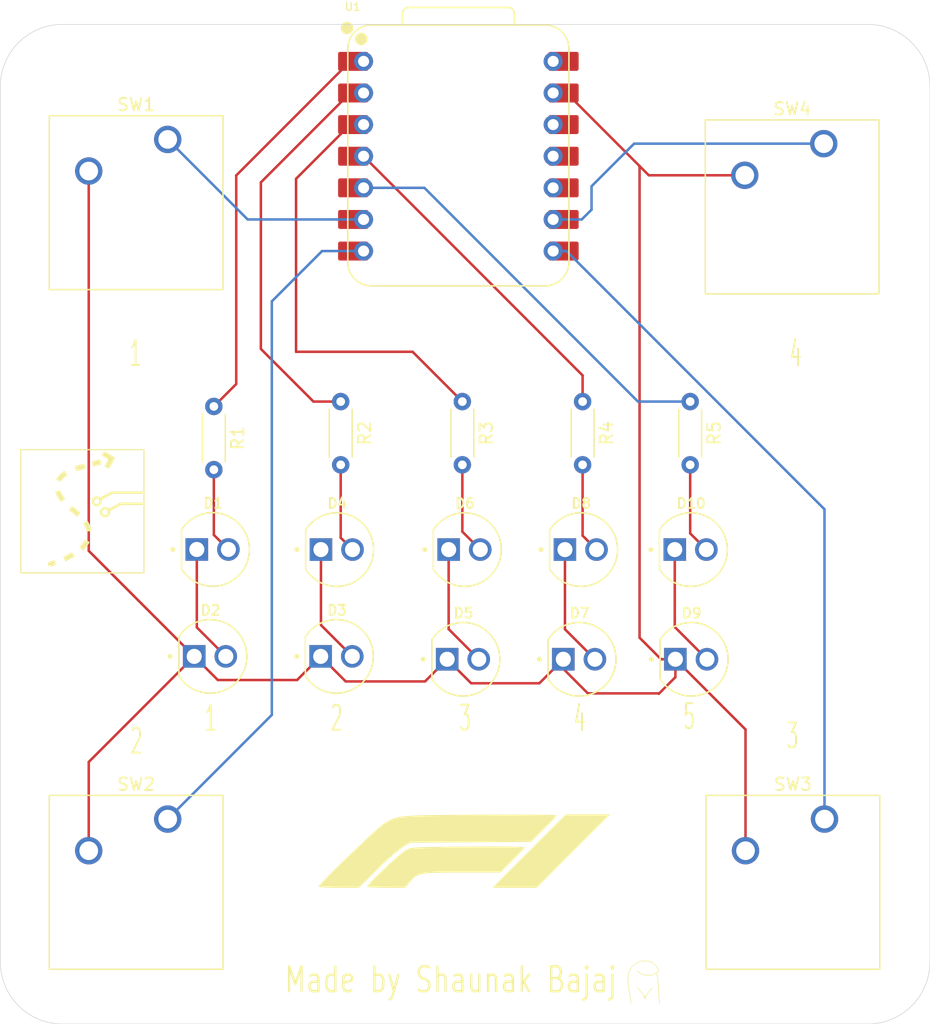
<source format=kicad_pcb>
(kicad_pcb (version 20241229) (generator "pcbnew") (generator_version "9.0")
  (layers (0 "F.Cu" signal) (2 "B.Cu" signal) (13 "F.Paste" user) (15 "B.Paste" user) (5 "F.SilkS" user "F.Silkscreen") (7 "B.SilkS" user "B.Silkscreen") (1 "F.Mask" user) (3 "B.Mask" user) (25 "Edge.Cuts" user))
  (net 0 "")
  (net 1 "Net-(D1-PadA)")
  (net 2 "LED1")
  (net 3 "LED2")
  (net 4 "Net-(D4-PadA)")
  (net 5 "Net-(D6-PadA)")
  (net 6 "LED3")
  (net 7 "LED4")
  (net 8 "Net-(D8-PadA)")
  (net 9 "LED5")
  (net 10 "Net-(D10-PadA)")
  (net 11 "button1")
  (net 12 "GND")
  (net 13 "button2")
  (net 14 "button3")
  (net 15 "button4")
  (net 20 "Net-(D1-PadC)")
  (net 21 "Net-(D3-PadA)")
  (net 22 "Net-(D5-PadA)")
  (net 23 "Net-(D7-PadA)")
  (net 24 "Net-(D10-PadC)")
  (footprint "led:LEDRD254W57D500H1070" (layer "F.Cu") (at 110.11 62)
    (property "Reference" "D1" (at 0.04 -3.708 0) (layer "F.SilkS") (effects (font (size 0.8 0.8))))
    (property "Value" "L08R5000Q1" (hide yes))
    (pad "A" thru_hole circle (at 1.27 0) (size 1.815 1.815) (drill 1.21) (layers "*.Cu" "*.Mask") (net 1 "Net-(D1-PadA)"))
    (pad "C" thru_hole rect (at -1.27 0) (size 1.815 1.815) (drill 1.21) (layers "*.Cu" "*.Mask") (net 20 "Net-(D1-PadC)"))
  )
  (footprint "hackpad:SW_Cherry_MX_1.00u_PCB_3D" (layer "F.Cu") (at 106.5 83.66)
    (property "Reference" "SW2" (at -2.54 -2.794 0) (layer "F.SilkS"))
    (property "Value" "SW_Push")
    (pad "" np_thru_hole circle (at -7.62 5.08) (size 1.7 1.7) (drill 1.7) (layers "*.Cu" "*.Mask"))
    (pad "" np_thru_hole circle (at -2.54 5.08) (size 4 4) (drill 4) (layers "*.Cu" "*.Mask"))
    (pad "" np_thru_hole circle (at 2.54 5.08) (size 1.7 1.7) (drill 1.7) (layers "*.Cu" "*.Mask"))
    (pad "1" thru_hole circle (at 0 0) (size 2.2 2.2) (drill 1.5) (layers "*.Cu" "*.Mask") (net 13 "button2"))
    (pad "2" thru_hole circle (at -6.35 2.54) (size 2.2 2.2) (drill 1.5) (layers "*.Cu" "*.Mask") (net 12 "GND"))
  )
  (footprint "led:LEDRD254W57D500H1070" (layer "F.Cu") (at 148.54 62.01)
    (property "Reference" "D10" (at 0.04 -3.708 0) (layer "F.SilkS") (effects (font (size 0.8 0.8))))
    (property "Value" "L08R5000Q1" (hide yes))
    (pad "A" thru_hole circle (at 1.27 0) (size 1.815 1.815) (drill 1.21) (layers "*.Cu" "*.Mask") (net 10 "Net-(D10-PadA)"))
    (pad "C" thru_hole rect (at -1.27 0) (size 1.815 1.815) (drill 1.21) (layers "*.Cu" "*.Mask") (net 24 "Net-(D10-PadC)"))
  )
  (footprint "Resistor_THT:R_Axial_DIN0204_L3.6mm_D1.6mm_P5.08mm_Horizontal" (layer "F.Cu") (at 139.86 50.12 -90)
    (property "Reference" "R4" (at 2.54 -1.92 90) (layer "F.SilkS"))
    (property "Value" "R")
    (pad "1" thru_hole circle (at 0 0 270) (size 1.4 1.4) (drill 0.7) (layers "*.Cu" "*.Mask") (net 7 "LED4"))
    (pad "2" thru_hole circle (at 5.08 0 270) (size 1.4 1.4) (drill 0.7) (layers "*.Cu" "*.Mask") (net 8 "Net-(D8-PadA)"))
  )
  (footprint "hackpad:SW_Cherry_MX_1.00u_PCB_3D" (layer "F.Cu") (at 159.25 29.4)
    (property "Reference" "SW4" (at -2.54 -2.794 0) (layer "F.SilkS"))
    (property "Value" "SW_Push")
    (pad "" np_thru_hole circle (at -7.62 5.08) (size 1.7 1.7) (drill 1.7) (layers "*.Cu" "*.Mask"))
    (pad "" np_thru_hole circle (at -2.54 5.08) (size 4 4) (drill 4) (layers "*.Cu" "*.Mask"))
    (pad "" np_thru_hole circle (at 2.54 5.08) (size 1.7 1.7) (drill 1.7) (layers "*.Cu" "*.Mask"))
    (pad "1" thru_hole circle (at 0 0) (size 2.2 2.2) (drill 1.5) (layers "*.Cu" "*.Mask") (net 15 "button4"))
    (pad "2" thru_hole circle (at -6.35 2.54) (size 2.2 2.2) (drill 1.5) (layers "*.Cu" "*.Mask") (net 12 "GND"))
  )
  (footprint "hackpad:SW_Cherry_MX_1.00u_PCB_3D" (layer "F.Cu") (at 159.31 83.66)
    (property "Reference" "SW3" (at -2.54 -2.794 0) (layer "F.SilkS"))
    (property "Value" "SW_Push")
    (pad "" np_thru_hole circle (at -7.62 5.08) (size 1.7 1.7) (drill 1.7) (layers "*.Cu" "*.Mask"))
    (pad "" np_thru_hole circle (at -2.54 5.08) (size 4 4) (drill 4) (layers "*.Cu" "*.Mask"))
    (pad "" np_thru_hole circle (at 2.54 5.08) (size 1.7 1.7) (drill 1.7) (layers "*.Cu" "*.Mask"))
    (pad "1" thru_hole circle (at 0 0) (size 2.2 2.2) (drill 1.5) (layers "*.Cu" "*.Mask") (net 14 "button3"))
    (pad "2" thru_hole circle (at -6.35 2.54) (size 2.2 2.2) (drill 1.5) (layers "*.Cu" "*.Mask") (net 12 "GND"))
  )
  (footprint "hackpad:SW_Cherry_MX_1.00u_PCB_3D" (layer "F.Cu") (at 106.5 29.06)
    (property "Reference" "SW1" (at -2.54 -2.794 0) (layer "F.SilkS"))
    (property "Value" "SW_Push")
    (pad "" np_thru_hole circle (at -7.62 5.08) (size 1.7 1.7) (drill 1.7) (layers "*.Cu" "*.Mask"))
    (pad "" np_thru_hole circle (at -2.54 5.08) (size 4 4) (drill 4) (layers "*.Cu" "*.Mask"))
    (pad "" np_thru_hole circle (at 2.54 5.08) (size 1.7 1.7) (drill 1.7) (layers "*.Cu" "*.Mask"))
    (pad "1" thru_hole circle (at 0 0) (size 2.2 2.2) (drill 1.5) (layers "*.Cu" "*.Mask") (net 11 "button1"))
    (pad "2" thru_hole circle (at -6.35 2.54) (size 2.2 2.2) (drill 1.5) (layers "*.Cu" "*.Mask") (net 12 "GND"))
  )
  (footprint "drawings:meme" (layer "F.Cu") (at 144.764863 96.144145)
    (property "Reference" "G***" (hide yes))
    (property "Value" "LOGO" (hide yes))
  )
  (footprint "led:LEDRD254W57D500H1070" (layer "F.Cu") (at 130.24 70.82)
    (property "Reference" "D5" (at 0.04 -3.708 0) (layer "F.SilkS") (effects (font (size 0.8 0.8))))
    (property "Value" "L08R5000Q1" (hide yes))
    (pad "A" thru_hole circle (at 1.27 0) (size 1.815 1.815) (drill 1.21) (layers "*.Cu" "*.Mask") (net 22 "Net-(D5-PadA)"))
    (pad "C" thru_hole rect (at -1.27 0) (size 1.815 1.815) (drill 1.21) (layers "*.Cu" "*.Mask") (net 12 "GND"))
  )
  (footprint "Resistor_THT:R_Axial_DIN0204_L3.6mm_D1.6mm_P5.08mm_Horizontal" (layer "F.Cu") (at 130.19 50.12 -90)
    (property "Reference" "R3" (at 2.54 -1.92 90) (layer "F.SilkS"))
    (property "Value" "R")
    (pad "1" thru_hole circle (at 0 0 270) (size 1.4 1.4) (drill 0.7) (layers "*.Cu" "*.Mask") (net 6 "LED3"))
    (pad "2" thru_hole circle (at 5.08 0 270) (size 1.4 1.4) (drill 0.7) (layers "*.Cu" "*.Mask") (net 5 "Net-(D6-PadA)"))
  )
  (footprint "led:LEDRD254W57D500H1070" (layer "F.Cu") (at 139.710428 62.01)
    (property "Reference" "D8" (at 0.04 -3.708 0) (layer "F.SilkS") (effects (font (size 0.8 0.8))))
    (property "Value" "L08R5000Q1" (hide yes))
    (pad "A" thru_hole circle (at 1.27 0) (size 1.815 1.815) (drill 1.21) (layers "*.Cu" "*.Mask") (net 8 "Net-(D8-PadA)"))
    (pad "C" thru_hole rect (at -1.27 0) (size 1.815 1.815) (drill 1.21) (layers "*.Cu" "*.Mask") (net 23 "Net-(D7-PadA)"))
  )
  (footprint "hackpad:XIAO-RP2040-DIP_3d" (layer "F.Cu") (at 129.87 30.4085)
    (property "Reference" "U1" (at -8.5 -12 0) (layer "F.SilkS") (effects (font (size 0.635 0.635) (thickness 0.1016))))
    (property "Value" "XIAO-RP2040-DIP")
    (pad "1" smd roundrect (at -8.455 -7.62 180) (size 2.432 1.524) (layers "F.Cu" "F.Mask") (roundrect_rratio 0.1) (net 2 "LED1"))
    (pad "1" thru_hole circle (at -7.62 -7.62 180) (size 1.524 1.524) (drill 0.889) (layers "*.Cu" "*.Mask") (net 2 "LED1"))
    (pad "2" smd roundrect (at -8.455 -5.08 180) (size 2.432 1.524) (layers "F.Cu" "F.Mask") (roundrect_rratio 0.1) (net 3 "LED2"))
    (pad "2" thru_hole circle (at -7.62 -5.08 180) (size 1.524 1.524) (drill 0.889) (layers "*.Cu" "*.Mask") (net 3 "LED2"))
    (pad "3" smd roundrect (at -8.455 -2.54 180) (size 2.432 1.524) (layers "F.Cu" "F.Mask") (roundrect_rratio 0.1) (net 6 "LED3"))
    (pad "3" thru_hole circle (at -7.62 -2.54 180) (size 1.524 1.524) (drill 0.889) (layers "*.Cu" "*.Mask") (net 6 "LED3"))
    (pad "4" smd roundrect (at -8.455 0 180) (size 2.432 1.524) (layers "F.Cu" "F.Mask") (roundrect_rratio 0.1) (net 7 "LED4"))
    (pad "4" thru_hole circle (at -7.62 0 180) (size 1.524 1.524) (drill 0.889) (layers "*.Cu" "*.Mask") (net 7 "LED4"))
    (pad "5" smd roundrect (at -8.455 2.54 180) (size 2.432 1.524) (layers "F.Cu" "F.Mask") (roundrect_rratio 0.1) (net 9 "LED5"))
    (pad "5" thru_hole circle (at -7.62 2.54 180) (size 1.524 1.524) (drill 0.889) (layers "*.Cu" "*.Mask") (net 9 "LED5"))
    (pad "6" smd roundrect (at -8.455 5.08 180) (size 2.432 1.524) (layers "F.Cu" "F.Mask") (roundrect_rratio 0.1) (net 11 "button1"))
    (pad "6" thru_hole circle (at -7.62 5.08 180) (size 1.524 1.524) (drill 0.889) (layers "*.Cu" "*.Mask") (net 11 "button1"))
    (pad "7" smd roundrect (at -8.455 7.62 180) (size 2.432 1.524) (layers "F.Cu" "F.Mask") (roundrect_rratio 0.1) (net 13 "button2"))
    (pad "7" thru_hole circle (at -7.62 7.62 180) (size 1.524 1.524) (drill 0.889) (layers "*.Cu" "*.Mask") (net 13 "button2"))
    (pad "8" thru_hole circle (at 7.62 7.62) (size 1.524 1.524) (drill 0.889) (layers "*.Cu" "*.Mask") (net 14 "button3"))
    (pad "8" smd roundrect (at 8.455 7.62) (size 2.432 1.524) (layers "F.Cu" "F.Mask") (roundrect_rratio 0.1) (net 14 "button3"))
    (pad "9" thru_hole circle (at 7.62 5.08) (size 1.524 1.524) (drill 0.889) (layers "*.Cu" "*.Mask") (net 15 "button4"))
    (pad "9" smd roundrect (at 8.455 5.08) (size 2.432 1.524) (layers "F.Cu" "F.Mask") (roundrect_rratio 0.1) (net 15 "button4"))
    (pad "10" thru_hole circle (at 7.62 2.54) (size 1.524 1.524) (drill 0.889) (layers "*.Cu" "*.Mask"))
    (pad "10" smd roundrect (at 8.455 2.54) (size 2.432 1.524) (layers "F.Cu" "F.Mask") (roundrect_rratio 0.1))
    (pad "11" thru_hole circle (at 7.62 0) (size 1.524 1.524) (drill 0.889) (layers "*.Cu" "*.Mask"))
    (pad "11" smd roundrect (at 8.455 0) (size 2.432 1.524) (layers "F.Cu" "F.Mask") (roundrect_rratio 0.1))
    (pad "12" thru_hole circle (at 7.62 -2.54) (size 1.524 1.524) (drill 0.889) (layers "*.Cu" "*.Mask"))
    (pad "12" smd roundrect (at 8.455 -2.54) (size 2.432 1.524) (layers "F.Cu" "F.Mask") (roundrect_rratio 0.1))
    (pad "13" thru_hole circle (at 7.62 -5.08) (size 1.524 1.524) (drill 0.889) (layers "*.Cu" "*.Mask") (net 12 "GND"))
    (pad "13" smd roundrect (at 8.455 -5.08) (size 2.432 1.524) (layers "F.Cu" "F.Mask") (roundrect_rratio 0.1) (net 12 "GND"))
    (pad "14" thru_hole circle (at 7.62 -7.62) (size 1.524 1.524) (drill 0.889) (layers "*.Cu" "*.Mask"))
    (pad "14" smd roundrect (at 8.455 -7.62) (size 2.432 1.524) (layers "F.Cu" "F.Mask") (roundrect_rratio 0.1))
  )
  (footprint "Resistor_THT:R_Axial_DIN0204_L3.6mm_D1.6mm_P5.08mm_Horizontal" (layer "F.Cu") (at 110.21 50.51 -90)
    (property "Reference" "R1" (at 2.54 -1.92 90) (layer "F.SilkS"))
    (property "Value" "R")
    (pad "1" thru_hole circle (at 0 0 270) (size 1.4 1.4) (drill 0.7) (layers "*.Cu" "*.Mask") (net 2 "LED1"))
    (pad "2" thru_hole circle (at 5.08 0 270) (size 1.4 1.4) (drill 0.7) (layers "*.Cu" "*.Mask") (net 1 "Net-(D1-PadA)"))
  )
  (footprint "led:LEDRD254W57D500H1070" (layer "F.Cu") (at 130.360428 62.01)
    (property "Reference" "D6" (at 0.04 -3.708 0) (layer "F.SilkS") (effects (font (size 0.8 0.8))))
    (property "Value" "L08R5000Q1" (hide yes))
    (pad "A" thru_hole circle (at 1.27 0) (size 1.815 1.815) (drill 1.21) (layers "*.Cu" "*.Mask") (net 5 "Net-(D6-PadA)"))
    (pad "C" thru_hole rect (at -1.27 0) (size 1.815 1.815) (drill 1.21) (layers "*.Cu" "*.Mask") (net 22 "Net-(D5-PadA)"))
  )
  (footprint "led:LEDRD254W57D500H1070" (layer "F.Cu") (at 120.090428 62.01)
    (property "Reference" "D4" (at 0.04 -3.708 0) (layer "F.SilkS") (effects (font (size 0.8 0.8))))
    (property "Value" "L08R5000Q1" (hide yes))
    (pad "A" thru_hole circle (at 1.27 0) (size 1.815 1.815) (drill 1.21) (layers "*.Cu" "*.Mask") (net 4 "Net-(D4-PadA)"))
    (pad "C" thru_hole rect (at -1.27 0) (size 1.815 1.815) (drill 1.21) (layers "*.Cu" "*.Mask") (net 21 "Net-(D3-PadA)"))
  )
  (footprint "led:LEDRD254W57D500H1070" (layer "F.Cu") (at 139.580428 70.82)
    (property "Reference" "D7" (at 0.04 -3.708 0) (layer "F.SilkS") (effects (font (size 0.8 0.8))))
    (property "Value" "L08R5000Q1" (hide yes))
    (pad "A" thru_hole circle (at 1.27 0) (size 1.815 1.815) (drill 1.21) (layers "*.Cu" "*.Mask") (net 23 "Net-(D7-PadA)"))
    (pad "C" thru_hole rect (at -1.27 0) (size 1.815 1.815) (drill 1.21) (layers "*.Cu" "*.Mask") (net 12 "GND"))
  )
  (footprint "led:LEDRD254W57D500H1070" (layer "F.Cu") (at 109.900428 70.59)
    (property "Reference" "D2" (at 0.04 -3.708 0) (layer "F.SilkS") (effects (font (size 0.8 0.8))))
    (property "Value" "L08R5000Q1" (hide yes))
    (pad "A" thru_hole circle (at 1.27 0) (size 1.815 1.815) (drill 1.21) (layers "*.Cu" "*.Mask") (net 20 "Net-(D1-PadC)"))
    (pad "C" thru_hole rect (at -1.27 0) (size 1.815 1.815) (drill 1.21) (layers "*.Cu" "*.Mask") (net 12 "GND"))
  )
  (footprint "Resistor_THT:R_Axial_DIN0204_L3.6mm_D1.6mm_P5.08mm_Horizontal" (layer "F.Cu") (at 148.51 50.12 -90)
    (property "Reference" "R5" (at 2.54 -1.92 90) (layer "F.SilkS"))
    (property "Value" "R")
    (pad "1" thru_hole circle (at 0 0 270) (size 1.4 1.4) (drill 0.7) (layers "*.Cu" "*.Mask") (net 9 "LED5"))
    (pad "2" thru_hole circle (at 5.08 0 270) (size 1.4 1.4) (drill 0.7) (layers "*.Cu" "*.Mask") (net 10 "Net-(D10-PadA)"))
  )
  (footprint "led:LEDRD254W57D500H1070" (layer "F.Cu") (at 148.590428 70.82)
    (property "Reference" "D9" (at 0.04 -3.708 0) (layer "F.SilkS") (effects (font (size 0.8 0.8))))
    (property "Value" "L08R5000Q1" (hide yes))
    (pad "A" thru_hole circle (at 1.27 0) (size 1.815 1.815) (drill 1.21) (layers "*.Cu" "*.Mask") (net 24 "Net-(D10-PadC)"))
    (pad "C" thru_hole rect (at -1.27 0) (size 1.815 1.815) (drill 1.21) (layers "*.Cu" "*.Mask") (net 12 "GND"))
  )
  (footprint "led:LEDRD254W57D500H1070" (layer "F.Cu") (at 120.07 70.59)
    (property "Reference" "D3" (at 0.04 -3.708 0) (layer "F.SilkS") (effects (font (size 0.8 0.8))))
    (property "Value" "L08R5000Q1" (hide yes))
    (pad "A" thru_hole circle (at 1.27 0) (size 1.815 1.815) (drill 1.21) (layers "*.Cu" "*.Mask") (net 21 "Net-(D3-PadA)"))
    (pad "C" thru_hole rect (at -1.27 0) (size 1.815 1.815) (drill 1.21) (layers "*.Cu" "*.Mask") (net 12 "GND"))
  )
  (footprint "drawings:path_logo" (layer "F.Cu") (at 99.64 58.93)
    (property "Reference" "G***" (hide yes))
    (property "Value" "LOGO" (hide yes))
  )
  (footprint "Resistor_THT:R_Axial_DIN0204_L3.6mm_D1.6mm_P5.08mm_Horizontal" (layer "F.Cu") (at 120.41 50.12 -90)
    (property "Reference" "R2" (at 2.54 -1.92 90) (layer "F.SilkS"))
    (property "Value" "R")
    (pad "1" thru_hole circle (at 0 0 270) (size 1.4 1.4) (drill 0.7) (layers "*.Cu" "*.Mask") (net 3 "LED2"))
    (pad "2" thru_hole circle (at 5.08 0 270) (size 1.4 1.4) (drill 0.7) (layers "*.Cu" "*.Mask") (net 4 "Net-(D4-PadA)"))
  )
  (footprint "drawings:f1_logo" (layer "F.Cu") (at 130.26 86.23)
    (property "Reference" "G***" (hide yes))
    (property "Value" "LOGO" (hide yes))
  )
  (gr_arc (start 98.04 100.12) (mid 94.504466 98.655534) (end 93.04 95.12) (stroke (width 0.05)) (layer "Edge.Cuts"))
  (gr_arc (start 167.79 95.12) (mid 166.325534 98.655534) (end 162.79 100.12) (stroke (width 0.05)) (layer "Edge.Cuts"))
  (gr_line (start 98.04 19.82) (end 162.79 19.82) (stroke (width 0.05)) (layer "Edge.Cuts"))
  (gr_line (start 93.04 95.12) (end 93.04 24.82) (stroke (width 0.05)) (layer "Edge.Cuts"))
  (gr_line (start 162.79 100.12) (end 98.04 100.12) (stroke (width 0.05)) (layer "Edge.Cuts"))
  (gr_line (start 167.79 24.82) (end 167.79 95.12) (stroke (width 0.05)) (layer "Edge.Cuts"))
  (gr_arc (start 162.79 19.82) (mid 166.325534 21.284466) (end 167.79 24.82) (stroke (width 0.05)) (layer "Edge.Cuts"))
  (gr_arc (start 93.04 24.82) (mid 94.504466 21.284466) (end 98.04 19.82) (stroke (width 0.05)) (layer "Edge.Cuts"))
  (gr_text "2" (at 119.5 76.73 0) (layer "F.SilkS") (effects (font (size 2 1)) (justify left bottom)))
  (gr_text "Made by Shaunak Bajaj" (at 115.78 97.74 0) (layer "F.SilkS") (effects (font (size 2 1.5) (thickness 0.1875)) (justify left bottom)))
  (gr_text "5" (at 147.85 76.6 0) (layer "F.SilkS") (effects (font (size 2 1)) (justify left bottom)))
  (gr_text "1" (at 109.38 76.73 0) (layer "F.SilkS") (effects (font (size 2 1)) (justify left bottom)))
  (gr_text "2" (at 103.41 78.57 0) (layer "F.SilkS") (effects (font (size 2 1)) (justify left bottom)))
  (gr_text "1" (at 103.34 47.42 0) (layer "F.SilkS") (effects (font (size 2 1)) (justify left bottom)))
  (gr_text "4" (at 156.42 47.45 0) (layer "F.SilkS") (effects (font (size 2 1)) (justify left bottom)))
  (gr_text "3" (at 129.84 76.72 0) (layer "F.SilkS") (effects (font (size 2 1)) (justify left bottom)))
  (gr_text "3" (at 156.16 78.15 0) (layer "F.SilkS") (effects (font (size 2 1)) (justify left bottom)))
  (gr_text "4" (at 139.05 76.76 0) (layer "F.SilkS") (effects (font (size 2 1)) (justify left bottom)))
  (segment (start 110.21 60.83) (end 111.38 62) (width 0.2) (layer "F.Cu") (net 1))
  (segment (start 110.21 55.59) (end 110.21 60.83) (width 0.2) (layer "F.Cu") (net 1))
  (segment (start 122.25 22.7885) (end 121.17237 22.7885) (width 0.2) (layer "F.Cu") (net 2))
  (segment (start 112.01 31.95087) (end 112.01 48.71) (width 0.2) (layer "F.Cu") (net 2))
  (segment (start 112.01 48.71) (end 110.21 50.51) (width 0.2) (layer "F.Cu") (net 2))
  (segment (start 121.17237 22.7885) (end 112.01 31.95087) (width 0.2) (layer "F.Cu") (net 2))
  (segment (start 113.99 45.89) (end 118.22 50.12) (width 0.2) (layer "F.Cu") (net 3))
  (segment (start 121.17237 25.3285) (end 113.99 32.51087) (width 0.2) (layer "F.Cu") (net 3))
  (segment (start 118.22 50.12) (end 120.41 50.12) (width 0.2) (layer "F.Cu") (net 3))
  (segment (start 113.99 32.51087) (end 113.99 45.89) (width 0.2) (layer "F.Cu") (net 3))
  (segment (start 122.25 25.3285) (end 121.17237 25.3285) (width 0.2) (layer "F.Cu") (net 3))
  (segment (start 120.41 61.059572) (end 121.360428 62.01) (width 0.2) (layer "F.Cu") (net 4))
  (segment (start 120.41 55.2) (end 120.41 61.059572) (width 0.2) (layer "F.Cu") (net 4))
  (segment (start 130.19 60.569572) (end 131.630428 62.01) (width 0.2) (layer "F.Cu") (net 5))
  (segment (start 130.19 55.2) (end 130.19 60.569572) (width 0.2) (layer "F.Cu") (net 5))
  (segment (start 121.17237 27.8685) (end 116.82 32.22087) (width 0.2) (layer "F.Cu") (net 6))
  (segment (start 116.82 32.22087) (end 116.82 46.12) (width 0.2) (layer "F.Cu") (net 6))
  (segment (start 126.19 46.12) (end 130.19 50.12) (width 0.2) (layer "F.Cu") (net 6))
  (segment (start 122.25 27.8685) (end 121.17237 27.8685) (width 0.2) (layer "F.Cu") (net 6))
  (segment (start 116.82 46.12) (end 126.19 46.12) (width 0.2) (layer "F.Cu") (net 6))
  (segment (start 139.86 48.0185) (end 139.86 50.12) (width 0.2) (layer "F.Cu") (net 7))
  (segment (start 122.25 30.4085) (end 139.86 48.0185) (width 0.2) (layer "F.Cu") (net 7))
  (segment (start 139.86 55.2) (end 139.86 60.889572) (width 0.2) (layer "F.Cu") (net 8))
  (segment (start 139.86 60.889572) (end 140.980428 62.01) (width 0.2) (layer "F.Cu") (net 8))
  (segment (start 144.31 50.12) (end 148.51 50.12) (width 0.2) (layer "B.Cu") (net 9))
  (segment (start 127.1385 32.9485) (end 144.31 50.12) (width 0.2) (layer "B.Cu") (net 9))
  (segment (start 122.25 32.9485) (end 127.1385 32.9485) (width 0.2) (layer "B.Cu") (net 9))
  (segment (start 148.51 60.71) (end 149.81 62.01) (width 0.2) (layer "F.Cu") (net 10))
  (segment (start 148.51 55.2) (end 148.51 60.71) (width 0.2) (layer "F.Cu") (net 10))
  (segment (start 112.9285 35.4885) (end 106.5 29.06) (width 0.2) (layer "B.Cu") (net 11))
  (segment (start 122.25 35.4885) (end 112.9285 35.4885) (width 0.2) (layer "B.Cu") (net 11))
  (segment (start 116.9 72.49) (end 118.8 70.59) (width 0.2) (layer "F.Cu") (net 12))
  (segment (start 100.15 86.2) (end 100.15 79.070428) (width 0.2) (layer "F.Cu") (net 12))
  (segment (start 140.28 73.56) (end 145.96 73.56) (width 0.2) (layer "F.Cu") (net 12))
  (segment (start 130.9 72.75) (end 136.380428 72.75) (width 0.2) (layer "F.Cu") (net 12))
  (segment (start 108.630428 70.59) (end 110.530428 72.49) (width 0.2) (layer "F.Cu") (net 12))
  (segment (start 138.310428 71.590428) (end 140.28 73.56) (width 0.2) (layer "F.Cu") (net 12))
  (segment (start 138.310428 70.82) (end 138.310428 71.590428) (width 0.2) (layer "F.Cu") (net 12))
  (segment (start 144.44 69.09) (end 146.17 70.82) (width 0.2) (layer "F.Cu") (net 12))
  (segment (start 152.96 76.459572) (end 147.320428 70.82) (width 0.2) (layer "F.Cu") (net 12))
  (segment (start 100.15 79.070428) (end 108.630428 70.59) (width 0.2) (layer "F.Cu") (net 12))
  (segment (start 152.96 86.2) (end 152.96 76.459572) (width 0.2) (layer "F.Cu") (net 12))
  (segment (start 145.99 73.59) (end 147.320428 72.259572) (width 0.2) (layer "F.Cu") (net 12))
  (segment (start 144.44 31.20087) (end 144.44 69.09) (width 0.2) (layer "F.Cu") (net 12))
  (segment (start 144.44 31.20087) (end 145.17913 31.94) (width 0.2) (layer "F.Cu") (net 12))
  (segment (start 146.17 70.82) (end 147.320428 70.82) (width 0.2) (layer "F.Cu") (net 12))
  (segment (start 100.15 62.109572) (end 108.630428 70.59) (width 0.2) (layer "F.Cu") (net 12))
  (segment (start 147.320428 72.259572) (end 147.320428 70.82) (width 0.2) (layer "F.Cu") (net 12))
  (segment (start 138.56763 25.3285) (end 144.44 31.20087) (width 0.2) (layer "F.Cu") (net 12))
  (segment (start 145.96 73.56) (end 145.99 73.59) (width 0.2) (layer "F.Cu") (net 12))
  (segment (start 128.97 70.82) (end 130.9 72.75) (width 0.2) (layer "F.Cu") (net 12))
  (segment (start 118.8 70.59) (end 120.81 72.6) (width 0.2) (layer "F.Cu") (net 12))
  (segment (start 127.19 72.6) (end 128.97 70.82) (width 0.2) (layer "F.Cu") (net 12))
  (segment (start 120.81 72.6) (end 127.19 72.6) (width 0.2) (layer "F.Cu") (net 12))
  (segment (start 136.380428 72.75) (end 138.310428 70.82) (width 0.2) (layer "F.Cu") (net 12))
  (segment (start 137.49 25.3285) (end 138.56763 25.3285) (width 0.2) (layer "F.Cu") (net 12))
  (segment (start 145.17913 31.94) (end 152.9 31.94) (width 0.2) (layer "F.Cu") (net 12))
  (segment (start 100.15 31.6) (end 100.15 62.109572) (width 0.2) (layer "F.Cu") (net 12))
  (segment (start 110.530428 72.49) (end 116.9 72.49) (width 0.2) (layer "F.Cu") (net 12))
  (segment (start 118.9115 38.0285) (end 114.87 42.07) (width 0.2) (layer "B.Cu") (net 13))
  (segment (start 122.25 38.0285) (end 118.9115 38.0285) (width 0.2) (layer "B.Cu") (net 13))
  (segment (start 114.87 75.29) (end 106.5 83.66) (width 0.2) (layer "B.Cu") (net 13))
  (segment (start 114.87 42.07) (end 114.87 75.29) (width 0.2) (layer "B.Cu") (net 13))
  (segment (start 138.56763 38.0285) (end 159.31 58.77087) (width 0.2) (layer "B.Cu") (net 14))
  (segment (start 137.49 38.0285) (end 138.56763 38.0285) (width 0.2) (layer "B.Cu") (net 14))
  (segment (start 159.31 58.77087) (end 159.31 83.66) (width 0.2) (layer "B.Cu") (net 14))
  (segment (start 159.25 29.4) (end 144 29.4) (width 0.2) (layer "B.Cu") (net 15))
  (segment (start 144 29.4) (end 140.58 32.82) (width 0.2) (layer "B.Cu") (net 15))
  (segment (start 139.7915 35.4885) (end 137.49 35.4885) (width 0.2) (layer "B.Cu") (net 15))
  (segment (start 140.58 32.82) (end 140.58 34.7) (width 0.2) (layer "B.Cu") (net 15))
  (segment (start 140.58 34.7) (end 139.7915 35.4885) (width 0.2) (layer "B.Cu") (net 15))
  (segment (start 108.84 68.259572) (end 111.170428 70.59) (width 0.2) (layer "F.Cu") (net 20))
  (segment (start 108.84 62) (end 108.84 68.259572) (width 0.2) (layer "F.Cu") (net 20))
  (segment (start 118.820428 62.01) (end 118.820428 68.070428) (width 0.2) (layer "F.Cu") (net 21))
  (segment (start 118.820428 68.070428) (end 121.34 70.59) (width 0.2) (layer "F.Cu") (net 21))
  (segment (start 129.090428 68.400428) (end 131.51 70.82) (width 0.2) (layer "F.Cu") (net 22))
  (segment (start 129.090428 62.01) (end 129.090428 68.400428) (width 0.2) (layer "F.Cu") (net 22))
  (segment (start 138.440428 68.41) (end 140.850428 70.82) (width 0.2) (layer "F.Cu") (net 23))
  (segment (start 138.440428 62.01) (end 138.440428 68.41) (width 0.2) (layer "F.Cu") (net 23))
  (segment (start 147.27 62.01) (end 147.27 68.229572) (width 0.2) (layer "F.Cu") (net 24))
  (segment (start 147.27 68.229572) (end 149.860428 70.82) (width 0.2) (layer "F.Cu") (net 24))
)
</source>
